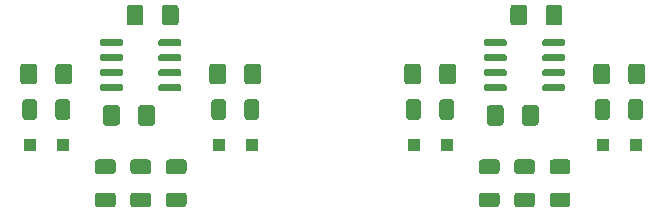
<source format=gbr>
%TF.GenerationSoftware,KiCad,Pcbnew,(5.1.6-0)*%
%TF.CreationDate,2023-06-01T15:50:37-07:00*%
%TF.ProjectId,input_buffer_bal_XLR_SMD_1206,696e7075-745f-4627-9566-6665725f6261,rev?*%
%TF.SameCoordinates,Original*%
%TF.FileFunction,Paste,Top*%
%TF.FilePolarity,Positive*%
%FSLAX46Y46*%
G04 Gerber Fmt 4.6, Leading zero omitted, Abs format (unit mm)*
G04 Created by KiCad (PCBNEW (5.1.6-0)) date 2023-06-01 15:50:37*
%MOMM*%
%LPD*%
G01*
G04 APERTURE LIST*
%ADD10R,1.100000X1.100000*%
G04 APERTURE END LIST*
%TO.C,C8*%
G36*
G01*
X144725000Y-121625000D02*
X144725000Y-122875000D01*
G75*
G02*
X144475000Y-123125000I-250000J0D01*
G01*
X143550000Y-123125000D01*
G75*
G02*
X143300000Y-122875000I0J250000D01*
G01*
X143300000Y-121625000D01*
G75*
G02*
X143550000Y-121375000I250000J0D01*
G01*
X144475000Y-121375000D01*
G75*
G02*
X144725000Y-121625000I0J-250000D01*
G01*
G37*
G36*
G01*
X147700000Y-121625000D02*
X147700000Y-122875000D01*
G75*
G02*
X147450000Y-123125000I-250000J0D01*
G01*
X146525000Y-123125000D01*
G75*
G02*
X146275000Y-122875000I0J250000D01*
G01*
X146275000Y-121625000D01*
G75*
G02*
X146525000Y-121375000I250000J0D01*
G01*
X147450000Y-121375000D01*
G75*
G02*
X147700000Y-121625000I0J-250000D01*
G01*
G37*
%TD*%
%TO.C,C7*%
G36*
G01*
X128725000Y-121625000D02*
X128725000Y-122875000D01*
G75*
G02*
X128475000Y-123125000I-250000J0D01*
G01*
X127550000Y-123125000D01*
G75*
G02*
X127300000Y-122875000I0J250000D01*
G01*
X127300000Y-121625000D01*
G75*
G02*
X127550000Y-121375000I250000J0D01*
G01*
X128475000Y-121375000D01*
G75*
G02*
X128725000Y-121625000I0J-250000D01*
G01*
G37*
G36*
G01*
X131700000Y-121625000D02*
X131700000Y-122875000D01*
G75*
G02*
X131450000Y-123125000I-250000J0D01*
G01*
X130525000Y-123125000D01*
G75*
G02*
X130275000Y-122875000I0J250000D01*
G01*
X130275000Y-121625000D01*
G75*
G02*
X130525000Y-121375000I250000J0D01*
G01*
X131450000Y-121375000D01*
G75*
G02*
X131700000Y-121625000I0J-250000D01*
G01*
G37*
%TD*%
%TO.C,C6*%
G36*
G01*
X112225000Y-121625000D02*
X112225000Y-122875000D01*
G75*
G02*
X111975000Y-123125000I-250000J0D01*
G01*
X111050000Y-123125000D01*
G75*
G02*
X110800000Y-122875000I0J250000D01*
G01*
X110800000Y-121625000D01*
G75*
G02*
X111050000Y-121375000I250000J0D01*
G01*
X111975000Y-121375000D01*
G75*
G02*
X112225000Y-121625000I0J-250000D01*
G01*
G37*
G36*
G01*
X115200000Y-121625000D02*
X115200000Y-122875000D01*
G75*
G02*
X114950000Y-123125000I-250000J0D01*
G01*
X114025000Y-123125000D01*
G75*
G02*
X113775000Y-122875000I0J250000D01*
G01*
X113775000Y-121625000D01*
G75*
G02*
X114025000Y-121375000I250000J0D01*
G01*
X114950000Y-121375000D01*
G75*
G02*
X115200000Y-121625000I0J-250000D01*
G01*
G37*
%TD*%
%TO.C,C5*%
G36*
G01*
X96225000Y-121625000D02*
X96225000Y-122875000D01*
G75*
G02*
X95975000Y-123125000I-250000J0D01*
G01*
X95050000Y-123125000D01*
G75*
G02*
X94800000Y-122875000I0J250000D01*
G01*
X94800000Y-121625000D01*
G75*
G02*
X95050000Y-121375000I250000J0D01*
G01*
X95975000Y-121375000D01*
G75*
G02*
X96225000Y-121625000I0J-250000D01*
G01*
G37*
G36*
G01*
X99200000Y-121625000D02*
X99200000Y-122875000D01*
G75*
G02*
X98950000Y-123125000I-250000J0D01*
G01*
X98025000Y-123125000D01*
G75*
G02*
X97775000Y-122875000I0J250000D01*
G01*
X97775000Y-121625000D01*
G75*
G02*
X98025000Y-121375000I250000J0D01*
G01*
X98950000Y-121375000D01*
G75*
G02*
X99200000Y-121625000I0J-250000D01*
G01*
G37*
%TD*%
%TO.C,C4*%
G36*
G01*
X135725000Y-125125000D02*
X135725000Y-126375000D01*
G75*
G02*
X135475000Y-126625000I-250000J0D01*
G01*
X134550000Y-126625000D01*
G75*
G02*
X134300000Y-126375000I0J250000D01*
G01*
X134300000Y-125125000D01*
G75*
G02*
X134550000Y-124875000I250000J0D01*
G01*
X135475000Y-124875000D01*
G75*
G02*
X135725000Y-125125000I0J-250000D01*
G01*
G37*
G36*
G01*
X138700000Y-125125000D02*
X138700000Y-126375000D01*
G75*
G02*
X138450000Y-126625000I-250000J0D01*
G01*
X137525000Y-126625000D01*
G75*
G02*
X137275000Y-126375000I0J250000D01*
G01*
X137275000Y-125125000D01*
G75*
G02*
X137525000Y-124875000I250000J0D01*
G01*
X138450000Y-124875000D01*
G75*
G02*
X138700000Y-125125000I0J-250000D01*
G01*
G37*
%TD*%
%TO.C,C3*%
G36*
G01*
X103225000Y-125125000D02*
X103225000Y-126375000D01*
G75*
G02*
X102975000Y-126625000I-250000J0D01*
G01*
X102050000Y-126625000D01*
G75*
G02*
X101800000Y-126375000I0J250000D01*
G01*
X101800000Y-125125000D01*
G75*
G02*
X102050000Y-124875000I250000J0D01*
G01*
X102975000Y-124875000D01*
G75*
G02*
X103225000Y-125125000I0J-250000D01*
G01*
G37*
G36*
G01*
X106200000Y-125125000D02*
X106200000Y-126375000D01*
G75*
G02*
X105950000Y-126625000I-250000J0D01*
G01*
X105025000Y-126625000D01*
G75*
G02*
X104775000Y-126375000I0J250000D01*
G01*
X104775000Y-125125000D01*
G75*
G02*
X105025000Y-124875000I250000J0D01*
G01*
X105950000Y-124875000D01*
G75*
G02*
X106200000Y-125125000I0J-250000D01*
G01*
G37*
%TD*%
%TO.C,C2*%
G36*
G01*
X137725000Y-116625000D02*
X137725000Y-117875000D01*
G75*
G02*
X137475000Y-118125000I-250000J0D01*
G01*
X136550000Y-118125000D01*
G75*
G02*
X136300000Y-117875000I0J250000D01*
G01*
X136300000Y-116625000D01*
G75*
G02*
X136550000Y-116375000I250000J0D01*
G01*
X137475000Y-116375000D01*
G75*
G02*
X137725000Y-116625000I0J-250000D01*
G01*
G37*
G36*
G01*
X140700000Y-116625000D02*
X140700000Y-117875000D01*
G75*
G02*
X140450000Y-118125000I-250000J0D01*
G01*
X139525000Y-118125000D01*
G75*
G02*
X139275000Y-117875000I0J250000D01*
G01*
X139275000Y-116625000D01*
G75*
G02*
X139525000Y-116375000I250000J0D01*
G01*
X140450000Y-116375000D01*
G75*
G02*
X140700000Y-116625000I0J-250000D01*
G01*
G37*
%TD*%
%TO.C,C1*%
G36*
G01*
X105225000Y-116625000D02*
X105225000Y-117875000D01*
G75*
G02*
X104975000Y-118125000I-250000J0D01*
G01*
X104050000Y-118125000D01*
G75*
G02*
X103800000Y-117875000I0J250000D01*
G01*
X103800000Y-116625000D01*
G75*
G02*
X104050000Y-116375000I250000J0D01*
G01*
X104975000Y-116375000D01*
G75*
G02*
X105225000Y-116625000I0J-250000D01*
G01*
G37*
G36*
G01*
X108200000Y-116625000D02*
X108200000Y-117875000D01*
G75*
G02*
X107950000Y-118125000I-250000J0D01*
G01*
X107025000Y-118125000D01*
G75*
G02*
X106775000Y-117875000I0J250000D01*
G01*
X106775000Y-116625000D01*
G75*
G02*
X107025000Y-116375000I250000J0D01*
G01*
X107950000Y-116375000D01*
G75*
G02*
X108200000Y-116625000I0J-250000D01*
G01*
G37*
%TD*%
D10*
%TO.C,D4*%
X146900000Y-128250000D03*
X144100000Y-128250000D03*
%TD*%
%TO.C,D3*%
X130900000Y-128250000D03*
X128100000Y-128250000D03*
%TD*%
%TO.C,D2*%
X114400000Y-128250000D03*
X111600000Y-128250000D03*
%TD*%
%TO.C,D1*%
X98400000Y-128250000D03*
X95600000Y-128250000D03*
%TD*%
%TO.C,U2*%
G36*
G01*
X139000000Y-119745000D02*
X139000000Y-119445000D01*
G75*
G02*
X139150000Y-119295000I150000J0D01*
G01*
X140800000Y-119295000D01*
G75*
G02*
X140950000Y-119445000I0J-150000D01*
G01*
X140950000Y-119745000D01*
G75*
G02*
X140800000Y-119895000I-150000J0D01*
G01*
X139150000Y-119895000D01*
G75*
G02*
X139000000Y-119745000I0J150000D01*
G01*
G37*
G36*
G01*
X139000000Y-121015000D02*
X139000000Y-120715000D01*
G75*
G02*
X139150000Y-120565000I150000J0D01*
G01*
X140800000Y-120565000D01*
G75*
G02*
X140950000Y-120715000I0J-150000D01*
G01*
X140950000Y-121015000D01*
G75*
G02*
X140800000Y-121165000I-150000J0D01*
G01*
X139150000Y-121165000D01*
G75*
G02*
X139000000Y-121015000I0J150000D01*
G01*
G37*
G36*
G01*
X139000000Y-122285000D02*
X139000000Y-121985000D01*
G75*
G02*
X139150000Y-121835000I150000J0D01*
G01*
X140800000Y-121835000D01*
G75*
G02*
X140950000Y-121985000I0J-150000D01*
G01*
X140950000Y-122285000D01*
G75*
G02*
X140800000Y-122435000I-150000J0D01*
G01*
X139150000Y-122435000D01*
G75*
G02*
X139000000Y-122285000I0J150000D01*
G01*
G37*
G36*
G01*
X139000000Y-123555000D02*
X139000000Y-123255000D01*
G75*
G02*
X139150000Y-123105000I150000J0D01*
G01*
X140800000Y-123105000D01*
G75*
G02*
X140950000Y-123255000I0J-150000D01*
G01*
X140950000Y-123555000D01*
G75*
G02*
X140800000Y-123705000I-150000J0D01*
G01*
X139150000Y-123705000D01*
G75*
G02*
X139000000Y-123555000I0J150000D01*
G01*
G37*
G36*
G01*
X134050000Y-123555000D02*
X134050000Y-123255000D01*
G75*
G02*
X134200000Y-123105000I150000J0D01*
G01*
X135850000Y-123105000D01*
G75*
G02*
X136000000Y-123255000I0J-150000D01*
G01*
X136000000Y-123555000D01*
G75*
G02*
X135850000Y-123705000I-150000J0D01*
G01*
X134200000Y-123705000D01*
G75*
G02*
X134050000Y-123555000I0J150000D01*
G01*
G37*
G36*
G01*
X134050000Y-122285000D02*
X134050000Y-121985000D01*
G75*
G02*
X134200000Y-121835000I150000J0D01*
G01*
X135850000Y-121835000D01*
G75*
G02*
X136000000Y-121985000I0J-150000D01*
G01*
X136000000Y-122285000D01*
G75*
G02*
X135850000Y-122435000I-150000J0D01*
G01*
X134200000Y-122435000D01*
G75*
G02*
X134050000Y-122285000I0J150000D01*
G01*
G37*
G36*
G01*
X134050000Y-121015000D02*
X134050000Y-120715000D01*
G75*
G02*
X134200000Y-120565000I150000J0D01*
G01*
X135850000Y-120565000D01*
G75*
G02*
X136000000Y-120715000I0J-150000D01*
G01*
X136000000Y-121015000D01*
G75*
G02*
X135850000Y-121165000I-150000J0D01*
G01*
X134200000Y-121165000D01*
G75*
G02*
X134050000Y-121015000I0J150000D01*
G01*
G37*
G36*
G01*
X134050000Y-119745000D02*
X134050000Y-119445000D01*
G75*
G02*
X134200000Y-119295000I150000J0D01*
G01*
X135850000Y-119295000D01*
G75*
G02*
X136000000Y-119445000I0J-150000D01*
G01*
X136000000Y-119745000D01*
G75*
G02*
X135850000Y-119895000I-150000J0D01*
G01*
X134200000Y-119895000D01*
G75*
G02*
X134050000Y-119745000I0J150000D01*
G01*
G37*
%TD*%
%TO.C,U1*%
G36*
G01*
X106500000Y-119745000D02*
X106500000Y-119445000D01*
G75*
G02*
X106650000Y-119295000I150000J0D01*
G01*
X108300000Y-119295000D01*
G75*
G02*
X108450000Y-119445000I0J-150000D01*
G01*
X108450000Y-119745000D01*
G75*
G02*
X108300000Y-119895000I-150000J0D01*
G01*
X106650000Y-119895000D01*
G75*
G02*
X106500000Y-119745000I0J150000D01*
G01*
G37*
G36*
G01*
X106500000Y-121015000D02*
X106500000Y-120715000D01*
G75*
G02*
X106650000Y-120565000I150000J0D01*
G01*
X108300000Y-120565000D01*
G75*
G02*
X108450000Y-120715000I0J-150000D01*
G01*
X108450000Y-121015000D01*
G75*
G02*
X108300000Y-121165000I-150000J0D01*
G01*
X106650000Y-121165000D01*
G75*
G02*
X106500000Y-121015000I0J150000D01*
G01*
G37*
G36*
G01*
X106500000Y-122285000D02*
X106500000Y-121985000D01*
G75*
G02*
X106650000Y-121835000I150000J0D01*
G01*
X108300000Y-121835000D01*
G75*
G02*
X108450000Y-121985000I0J-150000D01*
G01*
X108450000Y-122285000D01*
G75*
G02*
X108300000Y-122435000I-150000J0D01*
G01*
X106650000Y-122435000D01*
G75*
G02*
X106500000Y-122285000I0J150000D01*
G01*
G37*
G36*
G01*
X106500000Y-123555000D02*
X106500000Y-123255000D01*
G75*
G02*
X106650000Y-123105000I150000J0D01*
G01*
X108300000Y-123105000D01*
G75*
G02*
X108450000Y-123255000I0J-150000D01*
G01*
X108450000Y-123555000D01*
G75*
G02*
X108300000Y-123705000I-150000J0D01*
G01*
X106650000Y-123705000D01*
G75*
G02*
X106500000Y-123555000I0J150000D01*
G01*
G37*
G36*
G01*
X101550000Y-123555000D02*
X101550000Y-123255000D01*
G75*
G02*
X101700000Y-123105000I150000J0D01*
G01*
X103350000Y-123105000D01*
G75*
G02*
X103500000Y-123255000I0J-150000D01*
G01*
X103500000Y-123555000D01*
G75*
G02*
X103350000Y-123705000I-150000J0D01*
G01*
X101700000Y-123705000D01*
G75*
G02*
X101550000Y-123555000I0J150000D01*
G01*
G37*
G36*
G01*
X101550000Y-122285000D02*
X101550000Y-121985000D01*
G75*
G02*
X101700000Y-121835000I150000J0D01*
G01*
X103350000Y-121835000D01*
G75*
G02*
X103500000Y-121985000I0J-150000D01*
G01*
X103500000Y-122285000D01*
G75*
G02*
X103350000Y-122435000I-150000J0D01*
G01*
X101700000Y-122435000D01*
G75*
G02*
X101550000Y-122285000I0J150000D01*
G01*
G37*
G36*
G01*
X101550000Y-121015000D02*
X101550000Y-120715000D01*
G75*
G02*
X101700000Y-120565000I150000J0D01*
G01*
X103350000Y-120565000D01*
G75*
G02*
X103500000Y-120715000I0J-150000D01*
G01*
X103500000Y-121015000D01*
G75*
G02*
X103350000Y-121165000I-150000J0D01*
G01*
X101700000Y-121165000D01*
G75*
G02*
X101550000Y-121015000I0J150000D01*
G01*
G37*
G36*
G01*
X101550000Y-119745000D02*
X101550000Y-119445000D01*
G75*
G02*
X101700000Y-119295000I150000J0D01*
G01*
X103350000Y-119295000D01*
G75*
G02*
X103500000Y-119445000I0J-150000D01*
G01*
X103500000Y-119745000D01*
G75*
G02*
X103350000Y-119895000I-150000J0D01*
G01*
X101700000Y-119895000D01*
G75*
G02*
X101550000Y-119745000I0J150000D01*
G01*
G37*
%TD*%
%TO.C,R10*%
G36*
G01*
X141125000Y-130725000D02*
X139875000Y-130725000D01*
G75*
G02*
X139625000Y-130475000I0J250000D01*
G01*
X139625000Y-129725000D01*
G75*
G02*
X139875000Y-129475000I250000J0D01*
G01*
X141125000Y-129475000D01*
G75*
G02*
X141375000Y-129725000I0J-250000D01*
G01*
X141375000Y-130475000D01*
G75*
G02*
X141125000Y-130725000I-250000J0D01*
G01*
G37*
G36*
G01*
X141125000Y-133525000D02*
X139875000Y-133525000D01*
G75*
G02*
X139625000Y-133275000I0J250000D01*
G01*
X139625000Y-132525000D01*
G75*
G02*
X139875000Y-132275000I250000J0D01*
G01*
X141125000Y-132275000D01*
G75*
G02*
X141375000Y-132525000I0J-250000D01*
G01*
X141375000Y-133275000D01*
G75*
G02*
X141125000Y-133525000I-250000J0D01*
G01*
G37*
%TD*%
%TO.C,R9*%
G36*
G01*
X133875000Y-132275000D02*
X135125000Y-132275000D01*
G75*
G02*
X135375000Y-132525000I0J-250000D01*
G01*
X135375000Y-133275000D01*
G75*
G02*
X135125000Y-133525000I-250000J0D01*
G01*
X133875000Y-133525000D01*
G75*
G02*
X133625000Y-133275000I0J250000D01*
G01*
X133625000Y-132525000D01*
G75*
G02*
X133875000Y-132275000I250000J0D01*
G01*
G37*
G36*
G01*
X133875000Y-129475000D02*
X135125000Y-129475000D01*
G75*
G02*
X135375000Y-129725000I0J-250000D01*
G01*
X135375000Y-130475000D01*
G75*
G02*
X135125000Y-130725000I-250000J0D01*
G01*
X133875000Y-130725000D01*
G75*
G02*
X133625000Y-130475000I0J250000D01*
G01*
X133625000Y-129725000D01*
G75*
G02*
X133875000Y-129475000I250000J0D01*
G01*
G37*
%TD*%
%TO.C,R8*%
G36*
G01*
X108625000Y-130725000D02*
X107375000Y-130725000D01*
G75*
G02*
X107125000Y-130475000I0J250000D01*
G01*
X107125000Y-129725000D01*
G75*
G02*
X107375000Y-129475000I250000J0D01*
G01*
X108625000Y-129475000D01*
G75*
G02*
X108875000Y-129725000I0J-250000D01*
G01*
X108875000Y-130475000D01*
G75*
G02*
X108625000Y-130725000I-250000J0D01*
G01*
G37*
G36*
G01*
X108625000Y-133525000D02*
X107375000Y-133525000D01*
G75*
G02*
X107125000Y-133275000I0J250000D01*
G01*
X107125000Y-132525000D01*
G75*
G02*
X107375000Y-132275000I250000J0D01*
G01*
X108625000Y-132275000D01*
G75*
G02*
X108875000Y-132525000I0J-250000D01*
G01*
X108875000Y-133275000D01*
G75*
G02*
X108625000Y-133525000I-250000J0D01*
G01*
G37*
%TD*%
%TO.C,R7*%
G36*
G01*
X101375000Y-132275000D02*
X102625000Y-132275000D01*
G75*
G02*
X102875000Y-132525000I0J-250000D01*
G01*
X102875000Y-133275000D01*
G75*
G02*
X102625000Y-133525000I-250000J0D01*
G01*
X101375000Y-133525000D01*
G75*
G02*
X101125000Y-133275000I0J250000D01*
G01*
X101125000Y-132525000D01*
G75*
G02*
X101375000Y-132275000I250000J0D01*
G01*
G37*
G36*
G01*
X101375000Y-129475000D02*
X102625000Y-129475000D01*
G75*
G02*
X102875000Y-129725000I0J-250000D01*
G01*
X102875000Y-130475000D01*
G75*
G02*
X102625000Y-130725000I-250000J0D01*
G01*
X101375000Y-130725000D01*
G75*
G02*
X101125000Y-130475000I0J250000D01*
G01*
X101125000Y-129725000D01*
G75*
G02*
X101375000Y-129475000I250000J0D01*
G01*
G37*
%TD*%
%TO.C,R6*%
G36*
G01*
X138125000Y-130725000D02*
X136875000Y-130725000D01*
G75*
G02*
X136625000Y-130475000I0J250000D01*
G01*
X136625000Y-129725000D01*
G75*
G02*
X136875000Y-129475000I250000J0D01*
G01*
X138125000Y-129475000D01*
G75*
G02*
X138375000Y-129725000I0J-250000D01*
G01*
X138375000Y-130475000D01*
G75*
G02*
X138125000Y-130725000I-250000J0D01*
G01*
G37*
G36*
G01*
X138125000Y-133525000D02*
X136875000Y-133525000D01*
G75*
G02*
X136625000Y-133275000I0J250000D01*
G01*
X136625000Y-132525000D01*
G75*
G02*
X136875000Y-132275000I250000J0D01*
G01*
X138125000Y-132275000D01*
G75*
G02*
X138375000Y-132525000I0J-250000D01*
G01*
X138375000Y-133275000D01*
G75*
G02*
X138125000Y-133525000I-250000J0D01*
G01*
G37*
%TD*%
%TO.C,R5*%
G36*
G01*
X105625000Y-130725000D02*
X104375000Y-130725000D01*
G75*
G02*
X104125000Y-130475000I0J250000D01*
G01*
X104125000Y-129725000D01*
G75*
G02*
X104375000Y-129475000I250000J0D01*
G01*
X105625000Y-129475000D01*
G75*
G02*
X105875000Y-129725000I0J-250000D01*
G01*
X105875000Y-130475000D01*
G75*
G02*
X105625000Y-130725000I-250000J0D01*
G01*
G37*
G36*
G01*
X105625000Y-133525000D02*
X104375000Y-133525000D01*
G75*
G02*
X104125000Y-133275000I0J250000D01*
G01*
X104125000Y-132525000D01*
G75*
G02*
X104375000Y-132275000I250000J0D01*
G01*
X105625000Y-132275000D01*
G75*
G02*
X105875000Y-132525000I0J-250000D01*
G01*
X105875000Y-133275000D01*
G75*
G02*
X105625000Y-133525000I-250000J0D01*
G01*
G37*
%TD*%
%TO.C,R4*%
G36*
G01*
X146275000Y-125875000D02*
X146275000Y-124625000D01*
G75*
G02*
X146525000Y-124375000I250000J0D01*
G01*
X147275000Y-124375000D01*
G75*
G02*
X147525000Y-124625000I0J-250000D01*
G01*
X147525000Y-125875000D01*
G75*
G02*
X147275000Y-126125000I-250000J0D01*
G01*
X146525000Y-126125000D01*
G75*
G02*
X146275000Y-125875000I0J250000D01*
G01*
G37*
G36*
G01*
X143475000Y-125875000D02*
X143475000Y-124625000D01*
G75*
G02*
X143725000Y-124375000I250000J0D01*
G01*
X144475000Y-124375000D01*
G75*
G02*
X144725000Y-124625000I0J-250000D01*
G01*
X144725000Y-125875000D01*
G75*
G02*
X144475000Y-126125000I-250000J0D01*
G01*
X143725000Y-126125000D01*
G75*
G02*
X143475000Y-125875000I0J250000D01*
G01*
G37*
%TD*%
%TO.C,R3*%
G36*
G01*
X128725000Y-124625000D02*
X128725000Y-125875000D01*
G75*
G02*
X128475000Y-126125000I-250000J0D01*
G01*
X127725000Y-126125000D01*
G75*
G02*
X127475000Y-125875000I0J250000D01*
G01*
X127475000Y-124625000D01*
G75*
G02*
X127725000Y-124375000I250000J0D01*
G01*
X128475000Y-124375000D01*
G75*
G02*
X128725000Y-124625000I0J-250000D01*
G01*
G37*
G36*
G01*
X131525000Y-124625000D02*
X131525000Y-125875000D01*
G75*
G02*
X131275000Y-126125000I-250000J0D01*
G01*
X130525000Y-126125000D01*
G75*
G02*
X130275000Y-125875000I0J250000D01*
G01*
X130275000Y-124625000D01*
G75*
G02*
X130525000Y-124375000I250000J0D01*
G01*
X131275000Y-124375000D01*
G75*
G02*
X131525000Y-124625000I0J-250000D01*
G01*
G37*
%TD*%
%TO.C,R2*%
G36*
G01*
X113775000Y-125875000D02*
X113775000Y-124625000D01*
G75*
G02*
X114025000Y-124375000I250000J0D01*
G01*
X114775000Y-124375000D01*
G75*
G02*
X115025000Y-124625000I0J-250000D01*
G01*
X115025000Y-125875000D01*
G75*
G02*
X114775000Y-126125000I-250000J0D01*
G01*
X114025000Y-126125000D01*
G75*
G02*
X113775000Y-125875000I0J250000D01*
G01*
G37*
G36*
G01*
X110975000Y-125875000D02*
X110975000Y-124625000D01*
G75*
G02*
X111225000Y-124375000I250000J0D01*
G01*
X111975000Y-124375000D01*
G75*
G02*
X112225000Y-124625000I0J-250000D01*
G01*
X112225000Y-125875000D01*
G75*
G02*
X111975000Y-126125000I-250000J0D01*
G01*
X111225000Y-126125000D01*
G75*
G02*
X110975000Y-125875000I0J250000D01*
G01*
G37*
%TD*%
%TO.C,R1*%
G36*
G01*
X96225000Y-124625000D02*
X96225000Y-125875000D01*
G75*
G02*
X95975000Y-126125000I-250000J0D01*
G01*
X95225000Y-126125000D01*
G75*
G02*
X94975000Y-125875000I0J250000D01*
G01*
X94975000Y-124625000D01*
G75*
G02*
X95225000Y-124375000I250000J0D01*
G01*
X95975000Y-124375000D01*
G75*
G02*
X96225000Y-124625000I0J-250000D01*
G01*
G37*
G36*
G01*
X99025000Y-124625000D02*
X99025000Y-125875000D01*
G75*
G02*
X98775000Y-126125000I-250000J0D01*
G01*
X98025000Y-126125000D01*
G75*
G02*
X97775000Y-125875000I0J250000D01*
G01*
X97775000Y-124625000D01*
G75*
G02*
X98025000Y-124375000I250000J0D01*
G01*
X98775000Y-124375000D01*
G75*
G02*
X99025000Y-124625000I0J-250000D01*
G01*
G37*
%TD*%
M02*

</source>
